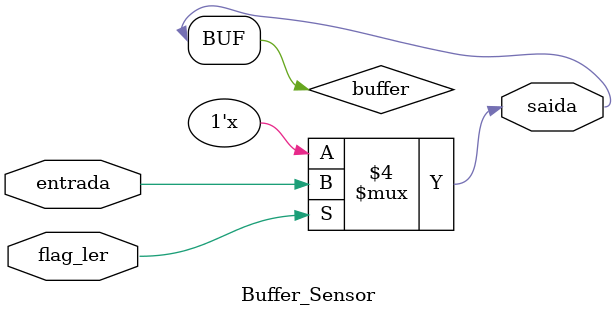
<source format=v>
module Buffer_Sensor (input entrada, input flag_ler, output saida);

	reg buffer;
	
	
	always @ (flag_ler) begin
	
		if (flag_ler == 1) begin
			buffer = entrada;
		end
	
	end
	
	
	
	assign saida = buffer;

endmodule
</source>
